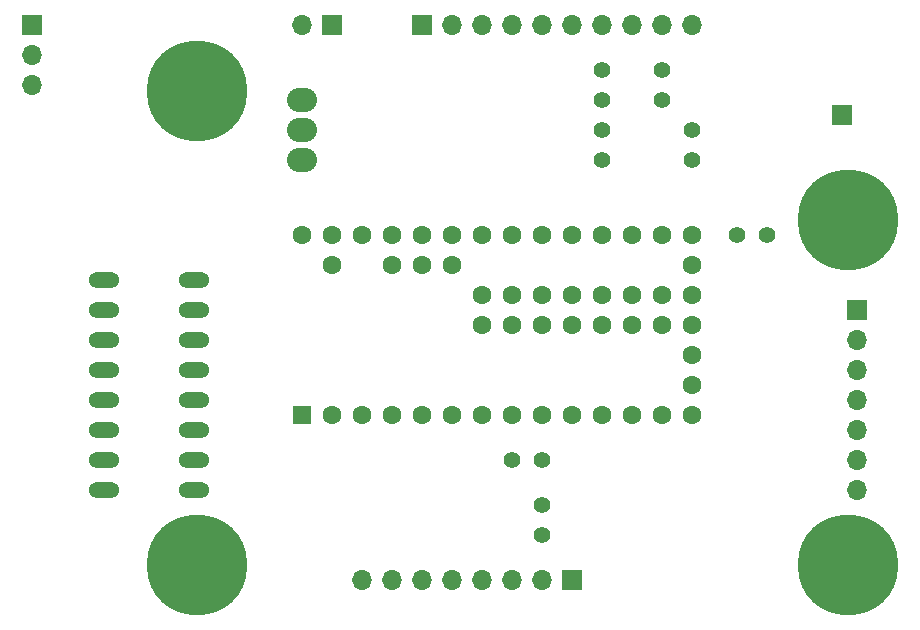
<source format=gbr>
G04 #@! TF.FileFunction,Soldermask,Bot*
%FSLAX46Y46*%
G04 Gerber Fmt 4.6, Leading zero omitted, Abs format (unit mm)*
G04 Created by KiCad (PCBNEW 4.0.6) date Wed Sep 27 08:45:41 2017*
%MOMM*%
%LPD*%
G01*
G04 APERTURE LIST*
%ADD10C,0.100000*%
%ADD11O,2.641600X1.320800*%
%ADD12R,1.700000X1.700000*%
%ADD13O,1.700000X1.700000*%
%ADD14C,1.397000*%
%ADD15C,1.600000*%
%ADD16R,1.600000X1.600000*%
%ADD17O,2.540000X2.032000*%
%ADD18C,8.500000*%
G04 APERTURE END LIST*
D10*
D11*
X101346000Y-140970000D03*
X101346000Y-138430000D03*
X101346000Y-125730000D03*
X101346000Y-123190000D03*
X101346000Y-135890000D03*
X101346000Y-133350000D03*
X101346000Y-128270000D03*
X101346000Y-130810000D03*
X93726000Y-123190000D03*
X93726000Y-125730000D03*
X93726000Y-128270000D03*
X93726000Y-130810000D03*
X93726000Y-133350000D03*
X93726000Y-135890000D03*
X93726000Y-138430000D03*
X93726000Y-140970000D03*
D12*
X133350000Y-148590000D03*
D13*
X130810000Y-148590000D03*
X128270000Y-148590000D03*
X125730000Y-148590000D03*
X123190000Y-148590000D03*
X120650000Y-148590000D03*
X118110000Y-148590000D03*
X115570000Y-148590000D03*
D12*
X156210000Y-109220000D03*
X87630000Y-101600000D03*
D13*
X87630000Y-104140000D03*
X87630000Y-106680000D03*
D12*
X157480000Y-125730000D03*
D13*
X157480000Y-128270000D03*
X157480000Y-130810000D03*
X157480000Y-133350000D03*
X157480000Y-135890000D03*
X157480000Y-138430000D03*
X157480000Y-140970000D03*
D12*
X120650000Y-101600000D03*
D13*
X123190000Y-101600000D03*
X125730000Y-101600000D03*
X128270000Y-101600000D03*
X130810000Y-101600000D03*
X133350000Y-101600000D03*
X135890000Y-101600000D03*
X138430000Y-101600000D03*
X140970000Y-101600000D03*
X143510000Y-101600000D03*
D14*
X149860000Y-119380000D03*
X147320000Y-119380000D03*
X135890000Y-110490000D03*
X135890000Y-113030000D03*
X135890000Y-105410000D03*
X135890000Y-107950000D03*
X130810000Y-138430000D03*
X128270000Y-138430000D03*
X130810000Y-142240000D03*
X130810000Y-144780000D03*
X143510000Y-113030000D03*
X143510000Y-110490000D03*
X140970000Y-105410000D03*
X140970000Y-107950000D03*
D12*
X113030000Y-101600000D03*
D13*
X110490000Y-101600000D03*
D15*
X143510000Y-127000000D03*
X143510000Y-124460000D03*
X143510000Y-121920000D03*
X143510000Y-119380000D03*
X143510000Y-129540000D03*
X143510000Y-132080000D03*
X143510000Y-134620000D03*
X140970000Y-119380000D03*
X138430000Y-119380000D03*
X135890000Y-119380000D03*
X133350000Y-119380000D03*
X130810000Y-119380000D03*
X128270000Y-119380000D03*
X125730000Y-119380000D03*
X123190000Y-119380000D03*
X120650000Y-119380000D03*
X118110000Y-119380000D03*
X115570000Y-119380000D03*
X113030000Y-119380000D03*
X110490000Y-119380000D03*
X113030000Y-121920000D03*
X118110000Y-121920000D03*
X120650000Y-121920000D03*
X123190000Y-121920000D03*
X140970000Y-134620000D03*
X138430000Y-134620000D03*
X135890000Y-134620000D03*
X133350000Y-134620000D03*
X130810000Y-134620000D03*
X128270000Y-134620000D03*
X125730000Y-134620000D03*
X123190000Y-134620000D03*
X120650000Y-134620000D03*
X118110000Y-134620000D03*
X115570000Y-134620000D03*
X113030000Y-134620000D03*
D16*
X110490000Y-134620000D03*
D15*
X125730000Y-127000000D03*
X128270000Y-127000000D03*
X130810000Y-127000000D03*
X133350000Y-127000000D03*
X135890000Y-127000000D03*
X138430000Y-127000000D03*
X140970000Y-127000000D03*
X140970000Y-124460000D03*
X138430000Y-124460000D03*
X135890000Y-124460000D03*
X133350000Y-124460000D03*
X130810000Y-124460000D03*
X128270000Y-124460000D03*
X125730000Y-124460000D03*
D17*
X110490000Y-110490000D03*
X110490000Y-113030000D03*
X110490000Y-107950000D03*
D18*
X101600000Y-147320000D03*
X101600000Y-107188000D03*
X156718000Y-147320000D03*
X156718000Y-118110000D03*
M02*

</source>
